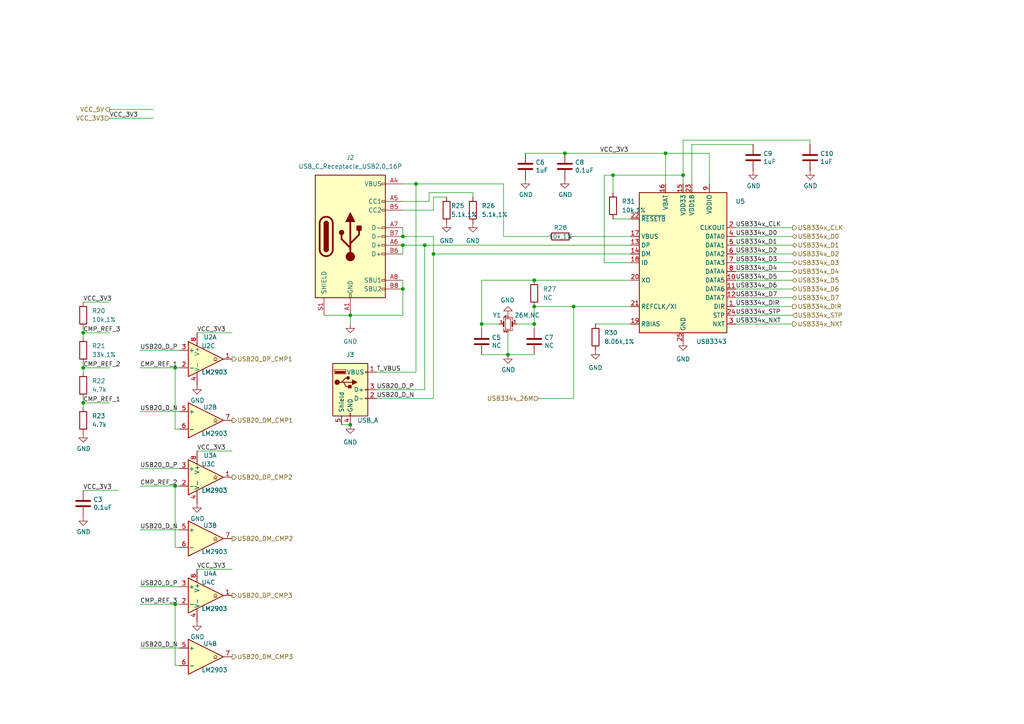
<source format=kicad_sch>
(kicad_sch (version 20230121) (generator eeschema)
  (paper "A4")
  (lib_symbols
    (symbol "Comparator:LM2903" (pin_names (offset 0.127))
      (property "Reference" "U" (at 3.81 3.81 0))
      (property "Value" "LM2903" (at 6.35 -3.81 0))
      (symbol "LM2903_1_1"
        (polyline (pts (xy -5.08 5.08) (xy 5.08 0) (xy -5.08 -5.08) (xy -5.08 5.08)) (stroke (width 0.254)) (fill (type background)))
        (polyline (pts (xy 3.302 -0.508) (xy 2.794 -0.508) (xy 3.302 0) (xy 2.794 0.508) (xy 2.286 0) (xy 2.794 -0.508) (xy 2.286 -0.508)) (stroke (width 0.127)))
        (pin open_collector line (at 7.62 0 180) (length 2.54) (name "~") (number "1"))
        (pin input line (at -7.62 -2.54 0) (length 2.54) (name "-") (number "2"))
        (pin input line (at -7.62 2.54 0) (length 2.54) (name "+") (number "3"))
      )
      (symbol "LM2903_2_1"
        (polyline (pts (xy -5.08 5.08) (xy 5.08 0) (xy -5.08 -5.08) (xy -5.08 5.08)) (stroke (width 0.254)) (fill (type background)))
        (polyline (pts (xy 3.302 -0.508) (xy 2.794 -0.508) (xy 3.302 0) (xy 2.794 0.508) (xy 2.286 0) (xy 2.794 -0.508) (xy 2.286 -0.508)) (stroke (width 0.127)))
        (pin input line (at -7.62 2.54 0) (length 2.54) (name "+") (number "5"))
        (pin input line (at -7.62 -2.54 0) (length 2.54) (name "-") (number "6"))
        (pin open_collector line (at 7.62 0 180) (length 2.54) (name "~") (number "7"))
      )
      (symbol "LM2903_3_1"
        (pin power_in line (at -2.54 -7.62 90) (length 3.81) (name "V-") (number "4"))
        (pin power_in line (at -2.54 7.62 270) (length 3.81) (name "V+") (number "8"))
      )
    )
    (symbol "Connector:USB_A" (pin_names (offset 1.016))
      (property "Reference" "J" (at -5.08 11.43 0))
      (property "Value" "USB_A" (at -5.08 8.89 0))
      (symbol "USB_A_0_1"
        (rectangle (start -5.08 -7.62) (end 5.08 7.62) (stroke (width 0.254)) (fill (type background)))
        (circle (center -3.81 2.159) (radius 0.635) (stroke (width 0.254)) (fill (type outline)))
        (rectangle (start -1.524 4.826) (end -4.318 5.334) (fill (type outline)))
        (rectangle (start -1.27 4.572) (end -4.572 5.842))
        (circle (center -0.635 3.429) (radius 0.381) (stroke (width 0.254)) (fill (type outline)))
        (rectangle (start -0.127 -7.62) (end 0.127 -6.858))
        (polyline (pts (xy -3.175 2.159) (xy -2.54 2.159) (xy -1.27 3.429) (xy -0.635 3.429)) (stroke (width 0.254)))
        (polyline (pts (xy -2.54 2.159) (xy -1.905 2.159) (xy -1.27 0.889) (xy 0 0.889)) (stroke (width 0.254)))
        (polyline (pts (xy 0.635 2.794) (xy 0.635 1.524) (xy 1.905 2.159) (xy 0.635 2.794)) (stroke (width 0.254)) (fill (type outline)))
        (rectangle (start 0.254 1.27) (end -0.508 0.508) (stroke (width 0.254)) (fill (type outline)))
        (rectangle (start 5.08 -2.667) (end 4.318 -2.413))
        (rectangle (start 5.08 -0.127) (end 4.318 0.127))
        (rectangle (start 5.08 4.953) (end 4.318 5.207))
      )
      (symbol "USB_A_1_1"
        (polyline (pts (xy -1.905 2.159) (xy 0.635 2.159)) (stroke (width 0.254)))
        (pin power_in line (at 7.62 5.08 180) (length 2.54) (name "VBUS") (number "1"))
        (pin bidirectional line (at 7.62 -2.54 180) (length 2.54) (name "D-") (number "2"))
        (pin bidirectional line (at 7.62 0 180) (length 2.54) (name "D+") (number "3"))
        (pin power_in line (at 0 -10.16 90) (length 2.54) (name "GND") (number "4"))
        (pin passive line (at -2.54 -10.16 90) (length 2.54) (name "Shield") (number "5"))
      )
    )
    (symbol "Connector:USB_C_Receptacle_USB2.0_16P" (pin_names (offset 1.016))
      (property "Reference" "J" (at 0 22.225 0))
      (property "Value" "USB_C_Receptacle_USB2.0_16P" (at 0 19.685 0))
      (symbol "USB_C_Receptacle_USB2.0_16P_0_0"
        (rectangle (start -0.254 -17.78) (end 0.254 -16.764))
        (rectangle (start 10.16 -14.986) (end 9.144 -15.494))
        (rectangle (start 10.16 -12.446) (end 9.144 -12.954))
        (rectangle (start 10.16 -4.826) (end 9.144 -5.334))
        (rectangle (start 10.16 -2.286) (end 9.144 -2.794))
        (rectangle (start 10.16 0.254) (end 9.144 -0.254))
        (rectangle (start 10.16 2.794) (end 9.144 2.286))
        (rectangle (start 10.16 7.874) (end 9.144 7.366))
        (rectangle (start 10.16 10.414) (end 9.144 9.906))
        (rectangle (start 10.16 15.494) (end 9.144 14.986))
      )
      (symbol "USB_C_Receptacle_USB2.0_16P_0_1"
        (rectangle (start -10.16 17.78) (end 10.16 -17.78) (stroke (width 0.254)) (fill (type background)))
        (arc (start -8.89 -3.81) (mid -6.985 -5.7067) (end -5.08 -3.81) (stroke (width 0.508)))
        (arc (start -7.62 -3.81) (mid -6.985 -4.4423) (end -6.35 -3.81) (stroke (width 0.254)))
        (arc (start -7.62 -3.81) (mid -6.985 -4.4423) (end -6.35 -3.81) (stroke (width 0.254)) (fill (type outline)))
        (rectangle (start -7.62 -3.81) (end -6.35 3.81) (stroke (width 0.254)) (fill (type outline)))
        (arc (start -6.35 3.81) (mid -6.985 4.4423) (end -7.62 3.81) (stroke (width 0.254)))
        (arc (start -6.35 3.81) (mid -6.985 4.4423) (end -7.62 3.81) (stroke (width 0.254)) (fill (type outline)))
        (arc (start -5.08 3.81) (mid -6.985 5.7067) (end -8.89 3.81) (stroke (width 0.508)))
        (circle (center -2.54 1.143) (radius 0.635) (stroke (width 0.254)) (fill (type outline)))
        (circle (center 0 -5.842) (radius 1.27) (fill (type outline)))
        (polyline (pts (xy -8.89 -3.81) (xy -8.89 3.81)) (stroke (width 0.508)))
        (polyline (pts (xy -5.08 3.81) (xy -5.08 -3.81)) (stroke (width 0.508)))
        (polyline (pts (xy 0 -5.842) (xy 0 4.318)) (stroke (width 0.508)))
        (polyline (pts (xy 0 -3.302) (xy -2.54 -0.762) (xy -2.54 0.508)) (stroke (width 0.508)))
        (polyline (pts (xy 0 -2.032) (xy 2.54 0.508) (xy 2.54 1.778)) (stroke (width 0.508)))
        (polyline (pts (xy -1.27 4.318) (xy 0 6.858) (xy 1.27 4.318) (xy -1.27 4.318)) (stroke (width 0.254)) (fill (type outline)))
        (rectangle (start 1.905 1.778) (end 3.175 3.048) (stroke (width 0.254)) (fill (type outline)))
      )
      (symbol "USB_C_Receptacle_USB2.0_16P_1_1"
        (pin passive line (at 0 -22.86 90) (length 5.08) (name "GND") (number "A1"))
        (pin passive line (at 0 -22.86 90) (length 5.08) hide (name "GND") (number "A12"))
        (pin passive line (at 15.24 15.24 180) (length 5.08) (name "VBUS") (number "A4"))
        (pin bidirectional line (at 15.24 10.16 180) (length 5.08) (name "CC1") (number "A5"))
        (pin bidirectional line (at 15.24 -2.54 180) (length 5.08) (name "D+") (number "A6"))
        (pin bidirectional line (at 15.24 2.54 180) (length 5.08) (name "D-") (number "A7"))
        (pin bidirectional line (at 15.24 -12.7 180) (length 5.08) (name "SBU1") (number "A8"))
        (pin passive line (at 15.24 15.24 180) (length 5.08) hide (name "VBUS") (number "A9"))
        (pin passive line (at 0 -22.86 90) (length 5.08) hide (name "GND") (number "B1"))
        (pin passive line (at 0 -22.86 90) (length 5.08) hide (name "GND") (number "B12"))
        (pin passive line (at 15.24 15.24 180) (length 5.08) hide (name "VBUS") (number "B4"))
        (pin bidirectional line (at 15.24 7.62 180) (length 5.08) (name "CC2") (number "B5"))
        (pin bidirectional line (at 15.24 -5.08 180) (length 5.08) (name "D+") (number "B6"))
        (pin bidirectional line (at 15.24 0 180) (length 5.08) (name "D-") (number "B7"))
        (pin bidirectional line (at 15.24 -15.24 180) (length 5.08) (name "SBU2") (number "B8"))
        (pin passive line (at 15.24 15.24 180) (length 5.08) hide (name "VBUS") (number "B9"))
        (pin passive line (at -7.62 -22.86 90) (length 5.08) (name "SHIELD") (number "S1"))
      )
    )
    (symbol "Device:C" (pin_numbers hide) (pin_names (offset 0.254))
      (property "Reference" "C" (at 0.635 2.54 0))
      (property "Value" "C" (at 0.635 -2.54 0))
      (symbol "C_0_1"
        (polyline (pts (xy -2.032 -0.762) (xy 2.032 -0.762)) (stroke (width 0.508)))
        (polyline (pts (xy -2.032 0.762) (xy 2.032 0.762)) (stroke (width 0.508)))
      )
      (symbol "C_1_1"
        (pin passive line (at 0 3.81 270) (length 2.794) (name "~") (number "1"))
        (pin passive line (at 0 -3.81 90) (length 2.794) (name "~") (number "2"))
      )
    )
    (symbol "Device:Crystal_GND24_Small" (pin_names (offset 1.016) hide)
      (property "Reference" "Y" (at 1.27 4.445 0))
      (property "Value" "Crystal_GND24_Small" (at 1.27 2.54 0))
      (symbol "Crystal_GND24_Small_0_1"
        (rectangle (start -0.762 -1.524) (end 0.762 1.524))
        (polyline (pts (xy -1.27 -0.762) (xy -1.27 0.762)) (stroke (width 0.381)))
        (polyline (pts (xy 1.27 -0.762) (xy 1.27 0.762)) (stroke (width 0.381)))
        (polyline (pts (xy -1.27 -1.27) (xy -1.27 -1.905) (xy 1.27 -1.905) (xy 1.27 -1.27)))
        (polyline (pts (xy -1.27 1.27) (xy -1.27 1.905) (xy 1.27 1.905) (xy 1.27 1.27)))
      )
      (symbol "Crystal_GND24_Small_1_1"
        (pin passive line (at -2.54 0 0) (length 1.27) (name "1") (number "1"))
        (pin passive line (at 0 -2.54 90) (length 0.635) (name "2") (number "2"))
        (pin passive line (at 2.54 0 180) (length 1.27) (name "3") (number "3"))
        (pin passive line (at 0 2.54 270) (length 0.635) (name "4") (number "4"))
      )
    )
    (symbol "Device:R" (pin_numbers hide) (pin_names (offset 0))
      (property "Reference" "R" (at 2.032 0 90))
      (property "Value" "R" (at 0 0 90))
      (symbol "R_0_1"
        (rectangle (start -1.016 -2.54) (end 1.016 2.54) (stroke (width 0.254)))
      )
      (symbol "R_1_1"
        (pin passive line (at 0 3.81 270) (length 1.27) (name "~") (number "1"))
        (pin passive line (at 0 -3.81 90) (length 1.27) (name "~") (number "2"))
      )
    )
    (symbol "Interface_USB:USB3343"
      (property "Reference" "U" (at 0 2.54 0))
      (property "Value" "USB3343" (at 0 0 0))
      (symbol "USB3343_0_1"
        (rectangle (start -12.7 20.32) (end 12.7 -20.32) (stroke (width 0.254)) (fill (type background)))
      )
      (symbol "USB3343_1_1"
        (pin output line (at 15.24 -12.7 180) (length 2.54) (name "DIR") (number "1"))
        (pin bidirectional line (at 15.24 -5.08 180) (length 2.54) (name "DATA5") (number "10"))
        (pin bidirectional line (at 15.24 -7.62 180) (length 2.54) (name "DATA6") (number "11"))
        (pin bidirectional line (at 15.24 -10.16 180) (length 2.54) (name "DATA7") (number "12"))
        (pin bidirectional line (at -15.24 5.08 0) (length 2.54) (name "DP") (number "13"))
        (pin bidirectional line (at -15.24 2.54 0) (length 2.54) (name "DM") (number "14"))
        (pin power_out line (at 0 22.86 270) (length 2.54) (name "VDD33") (number "15"))
        (pin power_in line (at -5.08 22.86 270) (length 2.54) (name "VBAT") (number "16"))
        (pin input line (at -15.24 7.62 0) (length 2.54) (name "VBUS") (number "17"))
        (pin input line (at -15.24 0 0) (length 2.54) (name "ID") (number "18"))
        (pin passive line (at -15.24 -17.78 0) (length 2.54) (name "RBIAS") (number "19"))
        (pin output line (at 15.24 10.16 180) (length 2.54) (name "CLKOUT") (number "2"))
        (pin output line (at -15.24 -5.08 0) (length 2.54) (name "XO") (number "20"))
        (pin input line (at -15.24 -12.7 0) (length 2.54) (name "REFCLK/XI") (number "21"))
        (pin input line (at -15.24 12.7 0) (length 2.54) (name "~{RESETB}") (number "22"))
        (pin power_out line (at 2.54 22.86 270) (length 2.54) (name "VDD18") (number "23"))
        (pin input line (at 15.24 -15.24 180) (length 2.54) (name "STP") (number "24"))
        (pin power_in line (at 0 -22.86 90) (length 2.54) (name "GND") (number "25"))
        (pin output line (at 15.24 -17.78 180) (length 2.54) (name "NXT") (number "3"))
        (pin bidirectional line (at 15.24 7.62 180) (length 2.54) (name "DATA0") (number "4"))
        (pin bidirectional line (at 15.24 5.08 180) (length 2.54) (name "DATA1") (number "5"))
        (pin bidirectional line (at 15.24 2.54 180) (length 2.54) (name "DATA2") (number "6"))
        (pin bidirectional line (at 15.24 0 180) (length 2.54) (name "DATA3") (number "7"))
        (pin bidirectional line (at 15.24 -2.54 180) (length 2.54) (name "DATA4") (number "8"))
        (pin power_in line (at 7.62 22.86 270) (length 2.54) (name "VDDIO") (number "9"))
      )
    )
    (symbol "power:GND" (power) (pin_names (offset 0))
      (property "Value" "GND" (at 0 -3.81 0))
      (symbol "GND_0_1"
        (polyline (pts (xy 0 0) (xy 0 -1.27) (xy 1.27 -1.27) (xy 0 -2.54) (xy -1.27 -1.27) (xy 0 -1.27)))
      )
      (symbol "GND_1_1"
        (pin power_in line (at 0 0 270) (length 0) hide (name "GND") (number "1"))
      )
    )
  )
  (junction (at 24.13 96.52))
  (junction (at 24.13 106.68))
  (junction (at 163.83 44.45))
  (junction (at 50.8 140.97))
  (junction (at 154.94 81.28))
  (junction (at 166.37 88.9))
  (junction (at 101.6 123.19))
  (junction (at 24.13 116.84))
  (junction (at 198.12 50.8))
  (junction (at 139.7 93.98))
  (junction (at 125.73 73.66))
  (junction (at 177.8 50.8))
  (junction (at 123.19 71.12))
  (junction (at 50.8 175.26))
  (junction (at 154.94 93.98))
  (junction (at 120.65 53.34))
  (junction (at 193.04 44.45))
  (junction (at 101.6 91.44))
  (junction (at 116.84 68.58))
  (junction (at 116.84 83.82))
  (junction (at 50.8 106.68))
  (junction (at 154.94 88.9))
  (junction (at 116.84 71.12))
  (junction (at 147.32 102.87))
  (wire (pts (xy 50.8 193.04) (xy 52.07 193.04)))
  (wire (pts (xy 137.16 55.88) (xy 137.16 57.15)))
  (wire (pts (xy 158.75 68.58) (xy 146.05 68.58)))
  (wire (pts (xy 40.64 175.26) (xy 50.8 175.26)))
  (wire (pts (xy 116.84 71.12) (xy 116.84 73.66)))
  (wire (pts (xy 139.7 93.98) (xy 139.7 81.28)))
  (wire (pts (xy 50.8 124.46) (xy 52.07 124.46)))
  (wire (pts (xy 24.13 95.25) (xy 24.13 96.52)))
  (wire (pts (xy 139.7 95.25) (xy 139.7 93.98)))
  (wire (pts (xy 200.66 41.91) (xy 218.44 41.91)))
  (wire (pts (xy 124.46 58.42) (xy 124.46 55.88)))
  (wire (pts (xy 198.12 40.64) (xy 234.95 40.64)))
  (wire (pts (xy 177.8 50.8) (xy 177.8 55.88)))
  (wire (pts (xy 93.98 91.44) (xy 101.6 91.44)))
  (wire (pts (xy 50.8 140.97) (xy 52.07 140.97)))
  (wire (pts (xy 154.94 81.28) (xy 182.88 81.28)))
  (wire (pts (xy 152.4 44.45) (xy 163.83 44.45)))
  (wire (pts (xy 213.36 83.82) (xy 229.87 83.82)))
  (wire (pts (xy 116.84 91.44) (xy 116.84 83.82)))
  (wire (pts (xy 213.36 76.2) (xy 229.87 76.2)))
  (wire (pts (xy 166.37 88.9) (xy 182.88 88.9)))
  (wire (pts (xy 40.64 170.18) (xy 52.07 170.18)))
  (wire (pts (xy 123.19 113.03) (xy 123.19 71.12)))
  (wire (pts (xy 40.64 187.96) (xy 52.07 187.96)))
  (wire (pts (xy 24.13 106.68) (xy 31.75 106.68)))
  (wire (pts (xy 125.73 73.66) (xy 125.73 115.57)))
  (wire (pts (xy 125.73 73.66) (xy 182.88 73.66)))
  (wire (pts (xy 40.64 153.67) (xy 52.07 153.67)))
  (wire (pts (xy 57.15 96.52) (xy 67.31 96.52)))
  (wire (pts (xy 125.73 57.15) (xy 125.73 60.96)))
  (wire (pts (xy 50.8 158.75) (xy 52.07 158.75)))
  (wire (pts (xy 123.19 71.12) (xy 182.88 71.12)))
  (wire (pts (xy 166.37 88.9) (xy 166.37 115.57)))
  (wire (pts (xy 24.13 115.57) (xy 24.13 116.84)))
  (wire (pts (xy 193.04 44.45) (xy 205.74 44.45)))
  (wire (pts (xy 213.36 86.36) (xy 229.87 86.36)))
  (wire (pts (xy 198.12 50.8) (xy 198.12 40.64)))
  (wire (pts (xy 139.7 93.98) (xy 144.78 93.98)))
  (wire (pts (xy 146.05 53.34) (xy 120.65 53.34)))
  (wire (pts (xy 213.36 66.04) (xy 229.87 66.04)))
  (wire (pts (xy 24.13 106.68) (xy 24.13 107.95)))
  (wire (pts (xy 116.84 60.96) (xy 125.73 60.96)))
  (wire (pts (xy 156.21 115.57) (xy 166.37 115.57)))
  (wire (pts (xy 99.06 123.19) (xy 101.6 123.19)))
  (wire (pts (xy 154.94 88.9) (xy 166.37 88.9)))
  (wire (pts (xy 24.13 96.52) (xy 24.13 97.79)))
  (wire (pts (xy 123.19 71.12) (xy 116.84 71.12)))
  (wire (pts (xy 172.72 93.98) (xy 182.88 93.98)))
  (wire (pts (xy 200.66 53.34) (xy 200.66 41.91)))
  (wire (pts (xy 31.75 34.29) (xy 44.45 34.29)))
  (wire (pts (xy 109.22 113.03) (xy 123.19 113.03)))
  (wire (pts (xy 139.7 81.28) (xy 154.94 81.28)))
  (wire (pts (xy 116.84 66.04) (xy 116.84 68.58)))
  (wire (pts (xy 24.13 96.52) (xy 31.75 96.52)))
  (wire (pts (xy 24.13 142.24) (xy 34.29 142.24)))
  (wire (pts (xy 50.8 175.26) (xy 50.8 193.04)))
  (wire (pts (xy 234.95 40.64) (xy 234.95 41.91)))
  (wire (pts (xy 154.94 93.98) (xy 154.94 95.25)))
  (wire (pts (xy 101.6 91.44) (xy 101.6 93.98)))
  (wire (pts (xy 177.8 63.5) (xy 182.88 63.5)))
  (wire (pts (xy 205.74 44.45) (xy 205.74 53.34)))
  (wire (pts (xy 109.22 107.95) (xy 120.65 107.95)))
  (wire (pts (xy 40.64 135.89) (xy 52.07 135.89)))
  (wire (pts (xy 24.13 105.41) (xy 24.13 106.68)))
  (wire (pts (xy 213.36 91.44) (xy 229.87 91.44)))
  (wire (pts (xy 50.8 106.68) (xy 52.07 106.68)))
  (wire (pts (xy 147.32 96.52) (xy 147.32 102.87)))
  (wire (pts (xy 213.36 71.12) (xy 229.87 71.12)))
  (wire (pts (xy 40.64 119.38) (xy 52.07 119.38)))
  (wire (pts (xy 125.73 68.58) (xy 125.73 73.66)))
  (wire (pts (xy 175.26 76.2) (xy 182.88 76.2)))
  (wire (pts (xy 193.04 44.45) (xy 193.04 53.34)))
  (wire (pts (xy 213.36 88.9) (xy 229.87 88.9)))
  (wire (pts (xy 40.64 106.68) (xy 50.8 106.68)))
  (wire (pts (xy 175.26 50.8) (xy 177.8 50.8)))
  (wire (pts (xy 213.36 68.58) (xy 229.87 68.58)))
  (wire (pts (xy 116.84 58.42) (xy 124.46 58.42)))
  (wire (pts (xy 24.13 87.63) (xy 31.75 87.63)))
  (wire (pts (xy 120.65 53.34) (xy 116.84 53.34)))
  (wire (pts (xy 24.13 116.84) (xy 24.13 118.11)))
  (wire (pts (xy 175.26 50.8) (xy 175.26 76.2)))
  (wire (pts (xy 213.36 81.28) (xy 229.87 81.28)))
  (wire (pts (xy 57.15 165.1) (xy 67.31 165.1)))
  (wire (pts (xy 146.05 68.58) (xy 146.05 53.34)))
  (wire (pts (xy 57.15 130.81) (xy 67.31 130.81)))
  (wire (pts (xy 31.75 31.75) (xy 44.45 31.75)))
  (wire (pts (xy 149.86 93.98) (xy 154.94 93.98)))
  (wire (pts (xy 50.8 140.97) (xy 50.8 158.75)))
  (wire (pts (xy 213.36 93.98) (xy 229.87 93.98)))
  (wire (pts (xy 213.36 78.74) (xy 229.87 78.74)))
  (wire (pts (xy 116.84 83.82) (xy 116.84 81.28)))
  (wire (pts (xy 154.94 88.9) (xy 154.94 93.98)))
  (wire (pts (xy 177.8 50.8) (xy 198.12 50.8)))
  (wire (pts (xy 50.8 106.68) (xy 50.8 124.46)))
  (wire (pts (xy 24.13 116.84) (xy 31.75 116.84)))
  (wire (pts (xy 166.37 68.58) (xy 182.88 68.58)))
  (wire (pts (xy 124.46 55.88) (xy 137.16 55.88)))
  (wire (pts (xy 147.32 102.87) (xy 154.94 102.87)))
  (wire (pts (xy 163.83 44.45) (xy 193.04 44.45)))
  (wire (pts (xy 125.73 115.57) (xy 109.22 115.57)))
  (wire (pts (xy 101.6 91.44) (xy 116.84 91.44)))
  (wire (pts (xy 198.12 50.8) (xy 198.12 53.34)))
  (wire (pts (xy 116.84 68.58) (xy 125.73 68.58)))
  (wire (pts (xy 213.36 73.66) (xy 229.87 73.66)))
  (wire (pts (xy 139.7 102.87) (xy 147.32 102.87)))
  (wire (pts (xy 40.64 101.6) (xy 52.07 101.6)))
  (wire (pts (xy 40.64 140.97) (xy 50.8 140.97)))
  (wire (pts (xy 129.54 57.15) (xy 125.73 57.15)))
  (wire (pts (xy 120.65 107.95) (xy 120.65 53.34)))
  (wire (pts (xy 50.8 175.26) (xy 52.07 175.26)))
  (label "VCC_3V3" (at 24.13 142.24 0))
  (label "USB20_D_N" (at 40.64 153.67 0))
  (label "CMP_REF_2" (at 40.64 140.97 0))
  (label "USB20_D_N" (at 40.64 187.96 0))
  (label "USB20_D_P" (at 40.64 170.18 0))
  (label "USB20_D_N" (at 40.64 119.38 0))
  (label "VCC_3V3" (at 24.13 87.63 0))
  (label "USB334x_NXT" (at 213.36 93.98 0))
  (label "USB334x_CLK" (at 213.36 66.04 0))
  (label "USB334x_STP" (at 213.36 91.44 0))
  (label "USB20_D_N" (at 109.22 115.57 0))
  (label "CMP_REF_3" (at 40.64 175.26 0))
  (label "USB334x_D4" (at 213.36 78.74 0))
  (label "CMP_REF_3" (at 24.13 96.52 0))
  (label "USB334x_D0" (at 213.36 68.58 0))
  (label "CMP_REF_1" (at 24.13 116.84 0))
  (label "USB20_D_P" (at 40.64 101.6 0))
  (label "T_VBUS" (at 109.22 107.95 0))
  (label "USB334x_D1" (at 213.36 71.12 0))
  (label "USB334x_D6" (at 213.36 83.82 0))
  (label "USB334x_DIR" (at 213.36 88.9 0))
  (label "CMP_REF_2" (at 24.13 106.68 0))
  (label "VCC_3V3" (at 173.99 44.45 0))
  (label "USB334x_D7" (at 213.36 86.36 0))
  (label "USB334x_D2" (at 213.36 73.66 0))
  (label "CMP_REF_1" (at 40.64 106.68 0))
  (label "USB20_D_P" (at 109.22 113.03 0))
  (label "USB20_D_P" (at 40.64 135.89 0))
  (label "VCC_3V3" (at 57.15 165.1 0))
  (label "VCC_3V3" (at 57.15 96.52 0))
  (label "VCC_3V3" (at 31.75 34.29 0))
  (label "VCC_3V3" (at 57.15 130.81 0))
  (label "USB334x_D5" (at 213.36 81.28 0))
  (label "USB334x_D3" (at 213.36 76.2 0))
  (hierarchical_label "USB334x_CLK" (shape output) (at 229.87 66.04 0))
  (hierarchical_label "VCC_5V" (shape output) (at 31.75 31.75 180))
  (hierarchical_label "USB334x_D7" (shape bidirectional) (at 229.87 86.36 0))
  (hierarchical_label "USB334x_DIR" (shape output) (at 229.87 88.9 0))
  (hierarchical_label "USB334x_STP" (shape input) (at 229.87 91.44 0))
  (hierarchical_label "USB334x_D2" (shape bidirectional) (at 229.87 73.66 0))
  (hierarchical_label "USB20_DP_CMP3" (shape output) (at 67.31 172.72 0))
  (hierarchical_label "USB334x_D4" (shape bidirectional) (at 229.87 78.74 0))
  (hierarchical_label "USB334x_D6" (shape bidirectional) (at 229.87 83.82 0))
  (hierarchical_label "USB20_DM_CMP2" (shape output) (at 67.31 156.21 0))
  (hierarchical_label "USB334x_D3" (shape bidirectional) (at 229.87 76.2 0))
  (hierarchical_label "USB20_DP_CMP1" (shape output) (at 67.31 104.14 0))
  (hierarchical_label "VCC_3V3" (shape input) (at 31.75 34.29 180))
  (hierarchical_label "USB334x_D1" (shape bidirectional) (at 229.87 71.12 0))
  (hierarchical_label "USB20_DM_CMP1" (shape output) (at 67.31 121.92 0))
  (hierarchical_label "USB334x_D5" (shape bidirectional) (at 229.87 81.28 0))
  (hierarchical_label "USB20_DM_CMP3" (shape output) (at 67.31 190.5 0))
  (hierarchical_label "USB334x_26M" (shape input) (at 156.21 115.57 180))
  (hierarchical_label "USB334x_D0" (shape bidirectional) (at 229.87 68.58 0))
  (hierarchical_label "USB334x_NXT" (shape output) (at 229.87 93.98 0))
  (hierarchical_label "USB20_DP_CMP2" (shape output) (at 67.31 138.43 0))
  (symbol (lib_id "Device:R") (at 177.8 59.69 0) (unit 1)
    (property "Reference" "R31" (at 180.34 58.42 0) (effects (justify left)))
    (property "Value" "10k,1%" (at 180.34 60.96 0) (effects (justify left)))
    (property "Footprint" "Resistor_SMD:R_0402_1005Metric" (effects hide))
  )
  (symbol (lib_id "Comparator:LM2903") (at 59.69 138.43 0) (unit 3)
    (property "Reference" "U3" (at 58.42 134.62 0) (effects (justify left)))
    (property "Value" "LM2903" (at 58.42 142.24 0) (effects (justify left)))
    (property "Footprint" "Package_SO:MSOP-8_3x3mm_P0.65mm" (effects hide))
    (property "Datasheet" "http://www.ti.com/lit/ds/symlink/lm393.pdf" (effects hide))
  )
  (symbol (lib_id "Device:R") (at 172.72 97.79 0) (unit 1)
    (property "Reference" "R30" (at 175.26 96.52 0) (effects (justify left)))
    (property "Value" "8.06k,1%" (at 175.26 99.06 0) (effects (justify left)))
    (property "Footprint" "Resistor_SMD:R_0402_1005Metric" (effects hide))
  )
  (symbol (lib_id "power:GND") (at 152.4 52.07 0) (unit 1)
    (property "Reference" "#PWR019" (effects hide))
    (property "Value" "GND" (at 152.527 56.4642 0))
  )
  (symbol (lib_id "Device:C") (at 234.95 45.72 180) (unit 1)
    (property "Reference" "C10" (at 237.871 44.5516 0) (effects (justify right)))
    (property "Value" "1uF" (at 237.871 46.863 0) (effects (justify right)))
    (property "Footprint" "Capacitor_SMD:C_0402_1005Metric" (effects hide))
  )
  (symbol (lib_id "power:GND") (at 129.54 64.77 0) (unit 1)
    (property "Reference" "#PWR015" (effects hide))
    (property "Value" "GND" (at 129.54 69.85 0))
  )
  (symbol (lib_id "Comparator:LM2903") (at 59.69 138.43 0) (unit 1)
    (property "Reference" "U3" (at 60.96 132.08 0))
    (property "Value" "LM2903" (at 62.23 142.24 0))
    (property "Footprint" "Package_SO:MSOP-8_3x3mm_P0.65mm" (effects hide))
    (property "Datasheet" "http://www.ti.com/lit/ds/symlink/lm393.pdf" (effects hide))
  )
  (symbol (lib_id "power:GND") (at 163.83 52.07 0) (unit 1)
    (property "Reference" "#PWR020" (effects hide))
    (property "Value" "GND" (at 163.957 56.4642 0))
  )
  (symbol (lib_id "power:GND") (at 24.13 125.73 0) (unit 1)
    (property "Reference" "#PWR06" (effects hide))
    (property "Value" "GND" (at 24.257 130.1242 0))
  )
  (symbol (lib_id "Comparator:LM2903") (at 59.69 156.21 0) (unit 2)
    (property "Reference" "U3" (at 60.96 152.4 0))
    (property "Value" "LM2903" (at 62.23 160.02 0))
    (property "Footprint" "Package_SO:MSOP-8_3x3mm_P0.65mm" (effects hide))
    (property "Datasheet" "http://www.ti.com/lit/ds/symlink/lm393.pdf" (effects hide))
  )
  (symbol (lib_id "Device:Crystal_GND24_Small") (at 147.32 93.98 0) (unit 1)
    (property "Reference" "Y1" (at 142.875 91.44 0) (effects (justify left)))
    (property "Value" "26M,NC" (at 149.225 91.44 0) (effects (justify left)))
    (property "Footprint" "vllogic:OSC_3225" (effects hide))
  )
  (symbol (lib_id "Device:C") (at 24.13 146.05 180) (unit 1)
    (property "Reference" "C3" (at 27.051 144.8816 0) (effects (justify right)))
    (property "Value" "0.1uF" (at 27.051 147.193 0) (effects (justify right)))
    (property "Footprint" "Capacitor_SMD:C_0402_1005Metric" (effects hide))
  )
  (symbol (lib_id "power:GND") (at 24.13 149.86 0) (unit 1)
    (property "Reference" "#PWR07" (effects hide))
    (property "Value" "GND" (at 24.257 154.2542 0))
  )
  (symbol (lib_id "Device:R") (at 162.56 68.58 90) (unit 1)
    (property "Reference" "R28" (at 162.56 66.04 90))
    (property "Value" "10k,1%" (at 162.56 68.58 90))
    (property "Footprint" "Resistor_SMD:R_0402_1005Metric" (effects hide))
  )
  (symbol (lib_id "Device:R") (at 24.13 101.6 0) (unit 1)
    (property "Reference" "R21" (at 26.67 100.33 0) (effects (justify left)))
    (property "Value" "33k,1%" (at 26.67 102.87 0) (effects (justify left)))
    (property "Footprint" "Resistor_SMD:R_0402_1005Metric" (effects hide))
  )
  (symbol (lib_id "Device:R") (at 137.16 60.96 0) (unit 1)
    (property "Reference" "R26" (at 139.7 59.69 0) (effects (justify left)))
    (property "Value" "5.1k,1%" (at 139.7 62.23 0) (effects (justify left)))
    (property "Footprint" "Resistor_SMD:R_0402_1005Metric" (effects hide))
  )
  (symbol (lib_id "Device:C") (at 163.83 48.26 180) (unit 1)
    (property "Reference" "C8" (at 166.751 47.0916 0) (effects (justify right)))
    (property "Value" "0.1uF" (at 166.751 49.403 0) (effects (justify right)))
    (property "Footprint" "Capacitor_SMD:C_0402_1005Metric" (effects hide))
  )
  (symbol (lib_id "power:GND") (at 218.44 49.53 0) (unit 1)
    (property "Reference" "#PWR024" (effects hide))
    (property "Value" "GND" (at 218.567 53.9242 0))
  )
  (symbol (lib_id "power:GND") (at 101.6 123.19 0) (unit 1)
    (property "Reference" "#PWR014" (effects hide))
    (property "Value" "GND" (at 101.6 128.27 0))
  )
  (symbol (lib_id "power:GND") (at 137.16 64.77 0) (unit 1)
    (property "Reference" "#PWR016" (effects hide))
    (property "Value" "GND" (at 137.16 69.85 0))
  )
  (symbol (lib_id "Connector:USB_A") (at 101.6 113.03 0) (unit 1)
    (property "Reference" "J3" (at 101.6 102.87 0))
    (property "Value" "USB_A" (at 106.68 121.92 0))
    (property "Footprint" "vllogic:USB-AF-180" (effects hide))
    (property "Datasheet" " ~" (effects hide))
  )
  (symbol (lib_id "power:GND") (at 234.95 49.53 0) (unit 1)
    (property "Reference" "#PWR025" (effects hide))
    (property "Value" "GND" (at 235.077 53.9242 0))
  )
  (symbol (lib_id "Comparator:LM2903") (at 59.69 104.14 0) (unit 1)
    (property "Reference" "U2" (at 60.96 97.79 0))
    (property "Value" "LM2903" (at 62.23 107.95 0))
    (property "Footprint" "Package_SO:MSOP-8_3x3mm_P0.65mm" (effects hide))
    (property "Datasheet" "http://www.ti.com/lit/ds/symlink/lm393.pdf" (effects hide))
  )
  (symbol (lib_id "Interface_USB:USB3343") (at 198.12 76.2 0) (unit 1)
    (property "Reference" "U5" (at 213.36 58.42 0) (effects (justify left)))
    (property "Value" "USB3343" (at 201.93 99.06 0) (effects (justify left)))
    (property "Footprint" "Package_DFN_QFN:QFN-24-1EP_4x4mm_P0.5mm_EP2.6x2.6mm" (effects hide))
    (property "Datasheet" "http://ww1.microchip.com/downloads/en/DeviceDoc/334x.pdf" (effects hide))
  )
  (symbol (lib_id "power:GND") (at 198.12 99.06 0) (unit 1)
    (property "Reference" "#PWR022" (effects hide))
    (property "Value" "GND" (at 198.12 104.14 0))
  )
  (symbol (lib_id "Device:R") (at 154.94 85.09 0) (unit 1)
    (property "Reference" "R27" (at 157.48 83.82 0) (effects (justify left)))
    (property "Value" "NC" (at 157.48 86.36 0) (effects (justify left)))
    (property "Footprint" "Resistor_SMD:R_0402_1005Metric" (effects hide))
  )
  (symbol (lib_id "Device:R") (at 129.54 60.96 0) (unit 1)
    (property "Reference" "R25" (at 130.81 59.69 0) (effects (justify left)))
    (property "Value" "5.1k,1%" (at 130.81 62.23 0) (effects (justify left)))
    (property "Footprint" "Resistor_SMD:R_0402_1005Metric" (effects hide))
  )
  (symbol (lib_id "Device:C") (at 139.7 99.06 180) (unit 1)
    (property "Reference" "C5" (at 142.621 97.8916 0) (effects (justify right)))
    (property "Value" "NC" (at 142.621 100.203 0) (effects (justify right)))
    (property "Footprint" "Capacitor_SMD:C_0402_1005Metric" (effects hide))
  )
  (symbol (lib_id "Device:C") (at 152.4 48.26 180) (unit 1)
    (property "Reference" "C6" (at 155.321 47.0916 0) (effects (justify right)))
    (property "Value" "1uF" (at 155.321 49.403 0) (effects (justify right)))
    (property "Footprint" "Capacitor_SMD:C_0402_1005Metric" (effects hide))
  )
  (symbol (lib_id "Connector:USB_C_Receptacle_USB2.0_16P") (at 101.6 68.58 0) (unit 1)
    (property "Reference" "J2" (at 101.6 45.72 0))
    (property "Value" "USB_C_Receptacle_USB2.0_16P" (at 101.6 48.26 0))
    (property "Footprint" "Connector_USB:USB_C_Receptacle_GCT_USB4105-xx-A_16P_TopMnt_Horizontal" (effects hide))
    (property "Datasheet" "https://www.usb.org/sites/default/files/documents/usb_type-c.zip" (effects hide))
  )
  (symbol (lib_id "power:GND") (at 147.32 102.87 0) (unit 1)
    (property "Reference" "#PWR018" (effects hide))
    (property "Value" "GND" (at 147.447 107.2642 0))
  )
  (symbol (lib_id "Comparator:LM2903") (at 59.69 121.92 0) (unit 2)
    (property "Reference" "U2" (at 60.96 118.11 0))
    (property "Value" "LM2903" (at 62.23 125.73 0))
    (property "Footprint" "Package_SO:MSOP-8_3x3mm_P0.65mm" (effects hide))
    (property "Datasheet" "http://www.ti.com/lit/ds/symlink/lm393.pdf" (effects hide))
  )
  (symbol (lib_id "power:GND") (at 172.72 101.6 0) (unit 1)
    (property "Reference" "#PWR021" (effects hide))
    (property "Value" "GND" (at 172.72 106.68 0))
  )
  (symbol (lib_id "power:GND") (at 57.15 180.34 0) (unit 1)
    (property "Reference" "#PWR012" (effects hide))
    (property "Value" "GND" (at 57.277 184.7342 0))
  )
  (symbol (lib_id "Comparator:LM2903") (at 59.69 104.14 0) (unit 3)
    (property "Reference" "U2" (at 58.42 100.33 0) (effects (justify left)))
    (property "Value" "LM2903" (at 58.42 107.95 0) (effects (justify left)))
    (property "Footprint" "Package_SO:MSOP-8_3x3mm_P0.65mm" (effects hide))
    (property "Datasheet" "http://www.ti.com/lit/ds/symlink/lm393.pdf" (effects hide))
  )
  (symbol (lib_id "Device:R") (at 24.13 121.92 0) (unit 1)
    (property "Reference" "R23" (at 26.67 120.65 0) (effects (justify left)))
    (property "Value" "4.7k" (at 26.67 123.19 0) (effects (justify left)))
    (property "Footprint" "Resistor_SMD:R_0402_1005Metric" (effects hide))
  )
  (symbol (lib_id "Comparator:LM2903") (at 59.69 172.72 0) (unit 1)
    (property "Reference" "U4" (at 60.96 166.37 0))
    (property "Value" "LM2903" (at 62.23 176.53 0))
    (property "Footprint" "Package_SO:MSOP-8_3x3mm_P0.65mm" (effects hide))
    (property "Datasheet" "http://www.ti.com/lit/ds/symlink/lm393.pdf" (effects hide))
  )
  (symbol (lib_id "Comparator:LM2903") (at 59.69 190.5 0) (unit 2)
    (property "Reference" "U4" (at 60.96 186.69 0))
    (property "Value" "LM2903" (at 62.23 194.31 0))
    (property "Footprint" "Package_SO:MSOP-8_3x3mm_P0.65mm" (effects hide))
    (property "Datasheet" "http://www.ti.com/lit/ds/symlink/lm393.pdf" (effects hide))
  )
  (symbol (lib_id "Device:C") (at 218.44 45.72 180) (unit 1)
    (property "Reference" "C9" (at 221.361 44.5516 0) (effects (justify right)))
    (property "Value" "1uF" (at 221.361 46.863 0) (effects (justify right)))
    (property "Footprint" "Capacitor_SMD:C_0402_1005Metric" (effects hide))
  )
  (symbol (lib_id "Device:R") (at 24.13 91.44 0) (unit 1)
    (property "Reference" "R20" (at 26.67 90.17 0) (effects (justify left)))
    (property "Value" "10k,1%" (at 26.67 92.71 0) (effects (justify left)))
    (property "Footprint" "Resistor_SMD:R_0402_1005Metric" (effects hide))
  )
  (symbol (lib_id "power:GND") (at 147.32 91.44 180) (unit 1)
    (property "Reference" "#PWR017" (effects hide))
    (property "Value" "GND" (at 147.193 87.0458 0))
  )
  (symbol (lib_id "Device:C") (at 154.94 99.06 180) (unit 1)
    (property "Reference" "C7" (at 157.861 97.8916 0) (effects (justify right)))
    (property "Value" "NC" (at 157.861 100.203 0) (effects (justify right)))
    (property "Footprint" "Capacitor_SMD:C_0402_1005Metric" (effects hide))
  )
  (symbol (lib_id "Comparator:LM2903") (at 59.69 172.72 0) (unit 3)
    (property "Reference" "U4" (at 58.42 168.91 0) (effects (justify left)))
    (property "Value" "LM2903" (at 58.42 176.53 0) (effects (justify left)))
    (property "Footprint" "Package_SO:MSOP-8_3x3mm_P0.65mm" (effects hide))
    (property "Datasheet" "http://www.ti.com/lit/ds/symlink/lm393.pdf" (effects hide))
  )
  (symbol (lib_id "power:GND") (at 57.15 111.76 0) (unit 1)
    (property "Reference" "#PWR09" (effects hide))
    (property "Value" "GND" (at 57.277 116.1542 0))
  )
  (symbol (lib_id "Device:R") (at 24.13 111.76 0) (unit 1)
    (property "Reference" "R22" (at 26.67 110.49 0) (effects (justify left)))
    (property "Value" "4.7k" (at 26.67 113.03 0) (effects (justify left)))
    (property "Footprint" "Resistor_SMD:R_0402_1005Metric" (effects hide))
  )
  (symbol (lib_id "power:GND") (at 101.6 93.98 0) (unit 1)
    (property "Reference" "#PWR013" (effects hide))
    (property "Value" "GND" (at 101.6 99.06 0))
  )
  (symbol (lib_id "power:GND") (at 57.15 146.05 0) (unit 1)
    (property "Reference" "#PWR011" (effects hide))
    (property "Value" "GND" (at 57.277 150.4442 0))
  )
)
</source>
